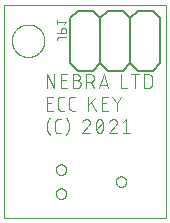
<source format=gto>
G04 EAGLE Gerber RS-274X export*
G75*
%MOMM*%
%FSLAX34Y34*%
%LPD*%
%INTop silk*%
%IPPOS*%
%AMOC8*
5,1,8,0,0,1.08239X$1,22.5*%
G01*
%ADD10C,0.000000*%
%ADD11C,0.101600*%
%ADD12C,0.152400*%
%ADD13C,0.076200*%


D10*
X15240Y15240D02*
X152400Y15240D01*
X152400Y195580D01*
X15240Y195580D01*
X15240Y15240D01*
X21850Y165000D02*
X21854Y165337D01*
X21867Y165675D01*
X21887Y166012D01*
X21916Y166348D01*
X21953Y166683D01*
X21999Y167018D01*
X22052Y167351D01*
X22114Y167682D01*
X22184Y168013D01*
X22262Y168341D01*
X22348Y168667D01*
X22442Y168991D01*
X22544Y169313D01*
X22654Y169632D01*
X22771Y169949D01*
X22897Y170262D01*
X23030Y170572D01*
X23170Y170879D01*
X23318Y171182D01*
X23474Y171482D01*
X23636Y171777D01*
X23806Y172069D01*
X23983Y172356D01*
X24167Y172639D01*
X24358Y172917D01*
X24556Y173191D01*
X24760Y173459D01*
X24971Y173723D01*
X25188Y173981D01*
X25412Y174234D01*
X25642Y174481D01*
X25877Y174723D01*
X26119Y174958D01*
X26366Y175188D01*
X26619Y175412D01*
X26877Y175629D01*
X27141Y175840D01*
X27409Y176044D01*
X27683Y176242D01*
X27961Y176433D01*
X28244Y176617D01*
X28531Y176794D01*
X28823Y176964D01*
X29118Y177126D01*
X29418Y177282D01*
X29721Y177430D01*
X30028Y177570D01*
X30338Y177703D01*
X30651Y177829D01*
X30968Y177946D01*
X31287Y178056D01*
X31609Y178158D01*
X31933Y178252D01*
X32259Y178338D01*
X32587Y178416D01*
X32918Y178486D01*
X33249Y178548D01*
X33582Y178601D01*
X33917Y178647D01*
X34252Y178684D01*
X34588Y178713D01*
X34925Y178733D01*
X35263Y178746D01*
X35600Y178750D01*
X35937Y178746D01*
X36275Y178733D01*
X36612Y178713D01*
X36948Y178684D01*
X37283Y178647D01*
X37618Y178601D01*
X37951Y178548D01*
X38282Y178486D01*
X38613Y178416D01*
X38941Y178338D01*
X39267Y178252D01*
X39591Y178158D01*
X39913Y178056D01*
X40232Y177946D01*
X40549Y177829D01*
X40862Y177703D01*
X41172Y177570D01*
X41479Y177430D01*
X41782Y177282D01*
X42082Y177126D01*
X42377Y176964D01*
X42669Y176794D01*
X42956Y176617D01*
X43239Y176433D01*
X43517Y176242D01*
X43791Y176044D01*
X44059Y175840D01*
X44323Y175629D01*
X44581Y175412D01*
X44834Y175188D01*
X45081Y174958D01*
X45323Y174723D01*
X45558Y174481D01*
X45788Y174234D01*
X46012Y173981D01*
X46229Y173723D01*
X46440Y173459D01*
X46644Y173191D01*
X46842Y172917D01*
X47033Y172639D01*
X47217Y172356D01*
X47394Y172069D01*
X47564Y171777D01*
X47726Y171482D01*
X47882Y171182D01*
X48030Y170879D01*
X48170Y170572D01*
X48303Y170262D01*
X48429Y169949D01*
X48546Y169632D01*
X48656Y169313D01*
X48758Y168991D01*
X48852Y168667D01*
X48938Y168341D01*
X49016Y168013D01*
X49086Y167682D01*
X49148Y167351D01*
X49201Y167018D01*
X49247Y166683D01*
X49284Y166348D01*
X49313Y166012D01*
X49333Y165675D01*
X49346Y165337D01*
X49350Y165000D01*
X49346Y164663D01*
X49333Y164325D01*
X49313Y163988D01*
X49284Y163652D01*
X49247Y163317D01*
X49201Y162982D01*
X49148Y162649D01*
X49086Y162318D01*
X49016Y161987D01*
X48938Y161659D01*
X48852Y161333D01*
X48758Y161009D01*
X48656Y160687D01*
X48546Y160368D01*
X48429Y160051D01*
X48303Y159738D01*
X48170Y159428D01*
X48030Y159121D01*
X47882Y158818D01*
X47726Y158518D01*
X47564Y158223D01*
X47394Y157931D01*
X47217Y157644D01*
X47033Y157361D01*
X46842Y157083D01*
X46644Y156809D01*
X46440Y156541D01*
X46229Y156277D01*
X46012Y156019D01*
X45788Y155766D01*
X45558Y155519D01*
X45323Y155277D01*
X45081Y155042D01*
X44834Y154812D01*
X44581Y154588D01*
X44323Y154371D01*
X44059Y154160D01*
X43791Y153956D01*
X43517Y153758D01*
X43239Y153567D01*
X42956Y153383D01*
X42669Y153206D01*
X42377Y153036D01*
X42082Y152874D01*
X41782Y152718D01*
X41479Y152570D01*
X41172Y152430D01*
X40862Y152297D01*
X40549Y152171D01*
X40232Y152054D01*
X39913Y151944D01*
X39591Y151842D01*
X39267Y151748D01*
X38941Y151662D01*
X38613Y151584D01*
X38282Y151514D01*
X37951Y151452D01*
X37618Y151399D01*
X37283Y151353D01*
X36948Y151316D01*
X36612Y151287D01*
X36275Y151267D01*
X35937Y151254D01*
X35600Y151250D01*
X35263Y151254D01*
X34925Y151267D01*
X34588Y151287D01*
X34252Y151316D01*
X33917Y151353D01*
X33582Y151399D01*
X33249Y151452D01*
X32918Y151514D01*
X32587Y151584D01*
X32259Y151662D01*
X31933Y151748D01*
X31609Y151842D01*
X31287Y151944D01*
X30968Y152054D01*
X30651Y152171D01*
X30338Y152297D01*
X30028Y152430D01*
X29721Y152570D01*
X29418Y152718D01*
X29118Y152874D01*
X28823Y153036D01*
X28531Y153206D01*
X28244Y153383D01*
X27961Y153567D01*
X27683Y153758D01*
X27409Y153956D01*
X27141Y154160D01*
X26877Y154371D01*
X26619Y154588D01*
X26366Y154812D01*
X26119Y155042D01*
X25877Y155277D01*
X25642Y155519D01*
X25412Y155766D01*
X25188Y156019D01*
X24971Y156277D01*
X24760Y156541D01*
X24556Y156809D01*
X24358Y157083D01*
X24167Y157361D01*
X23983Y157644D01*
X23806Y157931D01*
X23636Y158223D01*
X23474Y158518D01*
X23318Y158818D01*
X23170Y159121D01*
X23030Y159428D01*
X22897Y159738D01*
X22771Y160051D01*
X22654Y160368D01*
X22544Y160687D01*
X22442Y161009D01*
X22348Y161333D01*
X22262Y161659D01*
X22184Y161987D01*
X22114Y162318D01*
X22052Y162649D01*
X21999Y162982D01*
X21953Y163317D01*
X21916Y163652D01*
X21887Y163988D01*
X21867Y164325D01*
X21854Y164663D01*
X21850Y165000D01*
D11*
X51308Y136652D02*
X51308Y124968D01*
X57799Y124968D02*
X51308Y136652D01*
X57799Y136652D02*
X57799Y124968D01*
X63523Y124968D02*
X68715Y124968D01*
X63523Y124968D02*
X63523Y136652D01*
X68715Y136652D01*
X67417Y131459D02*
X63523Y131459D01*
X73575Y131459D02*
X76821Y131459D01*
X76821Y131460D02*
X76934Y131458D01*
X77047Y131452D01*
X77160Y131442D01*
X77273Y131428D01*
X77385Y131411D01*
X77496Y131389D01*
X77606Y131364D01*
X77716Y131334D01*
X77824Y131301D01*
X77931Y131264D01*
X78037Y131224D01*
X78141Y131179D01*
X78244Y131131D01*
X78345Y131080D01*
X78444Y131025D01*
X78541Y130967D01*
X78636Y130905D01*
X78729Y130840D01*
X78819Y130772D01*
X78907Y130701D01*
X78993Y130626D01*
X79076Y130549D01*
X79156Y130469D01*
X79233Y130386D01*
X79308Y130300D01*
X79379Y130212D01*
X79447Y130122D01*
X79512Y130029D01*
X79574Y129934D01*
X79632Y129837D01*
X79687Y129738D01*
X79738Y129637D01*
X79786Y129534D01*
X79831Y129430D01*
X79871Y129324D01*
X79908Y129217D01*
X79941Y129109D01*
X79971Y128999D01*
X79996Y128889D01*
X80018Y128778D01*
X80035Y128666D01*
X80049Y128553D01*
X80059Y128440D01*
X80065Y128327D01*
X80067Y128214D01*
X80065Y128101D01*
X80059Y127988D01*
X80049Y127875D01*
X80035Y127762D01*
X80018Y127650D01*
X79996Y127539D01*
X79971Y127429D01*
X79941Y127319D01*
X79908Y127211D01*
X79871Y127104D01*
X79831Y126998D01*
X79786Y126894D01*
X79738Y126791D01*
X79687Y126690D01*
X79632Y126591D01*
X79574Y126494D01*
X79512Y126399D01*
X79447Y126306D01*
X79379Y126216D01*
X79308Y126128D01*
X79233Y126042D01*
X79156Y125959D01*
X79076Y125879D01*
X78993Y125802D01*
X78907Y125727D01*
X78819Y125656D01*
X78729Y125588D01*
X78636Y125523D01*
X78541Y125461D01*
X78444Y125403D01*
X78345Y125348D01*
X78244Y125297D01*
X78141Y125249D01*
X78037Y125204D01*
X77931Y125164D01*
X77824Y125127D01*
X77716Y125094D01*
X77606Y125064D01*
X77496Y125039D01*
X77385Y125017D01*
X77273Y125000D01*
X77160Y124986D01*
X77047Y124976D01*
X76934Y124970D01*
X76821Y124968D01*
X73575Y124968D01*
X73575Y136652D01*
X76821Y136652D01*
X76922Y136650D01*
X77022Y136644D01*
X77122Y136634D01*
X77222Y136621D01*
X77321Y136603D01*
X77420Y136582D01*
X77517Y136557D01*
X77614Y136528D01*
X77709Y136495D01*
X77803Y136459D01*
X77895Y136419D01*
X77986Y136376D01*
X78075Y136329D01*
X78162Y136279D01*
X78248Y136225D01*
X78331Y136168D01*
X78411Y136108D01*
X78490Y136045D01*
X78566Y135978D01*
X78639Y135909D01*
X78709Y135837D01*
X78777Y135763D01*
X78842Y135686D01*
X78903Y135606D01*
X78962Y135524D01*
X79017Y135440D01*
X79069Y135354D01*
X79118Y135266D01*
X79163Y135176D01*
X79205Y135084D01*
X79243Y134991D01*
X79277Y134896D01*
X79308Y134801D01*
X79335Y134704D01*
X79358Y134606D01*
X79378Y134507D01*
X79393Y134407D01*
X79405Y134307D01*
X79413Y134207D01*
X79417Y134106D01*
X79417Y134006D01*
X79413Y133905D01*
X79405Y133805D01*
X79393Y133705D01*
X79378Y133605D01*
X79358Y133506D01*
X79335Y133408D01*
X79308Y133311D01*
X79277Y133216D01*
X79243Y133121D01*
X79205Y133028D01*
X79163Y132936D01*
X79118Y132846D01*
X79069Y132758D01*
X79017Y132672D01*
X78962Y132588D01*
X78903Y132506D01*
X78842Y132426D01*
X78777Y132349D01*
X78709Y132275D01*
X78639Y132203D01*
X78566Y132134D01*
X78490Y132067D01*
X78411Y132004D01*
X78331Y131944D01*
X78248Y131887D01*
X78162Y131833D01*
X78075Y131783D01*
X77986Y131736D01*
X77895Y131693D01*
X77803Y131653D01*
X77709Y131617D01*
X77614Y131584D01*
X77517Y131555D01*
X77420Y131530D01*
X77321Y131509D01*
X77222Y131491D01*
X77122Y131478D01*
X77022Y131468D01*
X76922Y131462D01*
X76821Y131460D01*
X84910Y136652D02*
X84910Y124968D01*
X84910Y136652D02*
X88155Y136652D01*
X88268Y136650D01*
X88381Y136644D01*
X88494Y136634D01*
X88607Y136620D01*
X88719Y136603D01*
X88830Y136581D01*
X88940Y136556D01*
X89050Y136526D01*
X89158Y136493D01*
X89265Y136456D01*
X89371Y136416D01*
X89475Y136371D01*
X89578Y136323D01*
X89679Y136272D01*
X89778Y136217D01*
X89875Y136159D01*
X89970Y136097D01*
X90063Y136032D01*
X90153Y135964D01*
X90241Y135893D01*
X90327Y135818D01*
X90410Y135741D01*
X90490Y135661D01*
X90567Y135578D01*
X90642Y135492D01*
X90713Y135404D01*
X90781Y135314D01*
X90846Y135221D01*
X90908Y135126D01*
X90966Y135029D01*
X91021Y134930D01*
X91072Y134829D01*
X91120Y134726D01*
X91165Y134622D01*
X91205Y134516D01*
X91242Y134409D01*
X91275Y134301D01*
X91305Y134191D01*
X91330Y134081D01*
X91352Y133970D01*
X91369Y133858D01*
X91383Y133745D01*
X91393Y133632D01*
X91399Y133519D01*
X91401Y133406D01*
X91399Y133293D01*
X91393Y133180D01*
X91383Y133067D01*
X91369Y132954D01*
X91352Y132842D01*
X91330Y132731D01*
X91305Y132621D01*
X91275Y132511D01*
X91242Y132403D01*
X91205Y132296D01*
X91165Y132190D01*
X91120Y132086D01*
X91072Y131983D01*
X91021Y131882D01*
X90966Y131783D01*
X90908Y131686D01*
X90846Y131591D01*
X90781Y131498D01*
X90713Y131408D01*
X90642Y131320D01*
X90567Y131234D01*
X90490Y131151D01*
X90410Y131071D01*
X90327Y130994D01*
X90241Y130919D01*
X90153Y130848D01*
X90063Y130780D01*
X89970Y130715D01*
X89875Y130653D01*
X89778Y130595D01*
X89679Y130540D01*
X89578Y130489D01*
X89475Y130441D01*
X89371Y130396D01*
X89265Y130356D01*
X89158Y130319D01*
X89050Y130286D01*
X88940Y130256D01*
X88830Y130231D01*
X88719Y130209D01*
X88607Y130192D01*
X88494Y130178D01*
X88381Y130168D01*
X88268Y130162D01*
X88155Y130160D01*
X88155Y130161D02*
X84910Y130161D01*
X88804Y130161D02*
X91401Y124968D01*
X95617Y124968D02*
X99511Y136652D01*
X103406Y124968D01*
X102432Y127889D02*
X96590Y127889D01*
X114196Y124968D02*
X114196Y136652D01*
X114196Y124968D02*
X119388Y124968D01*
X126181Y124968D02*
X126181Y136652D01*
X122936Y136652D02*
X129427Y136652D01*
X133985Y136652D02*
X133985Y124968D01*
X133985Y136652D02*
X137230Y136652D01*
X137343Y136650D01*
X137456Y136644D01*
X137569Y136634D01*
X137682Y136620D01*
X137794Y136603D01*
X137905Y136581D01*
X138015Y136556D01*
X138125Y136526D01*
X138233Y136493D01*
X138340Y136456D01*
X138446Y136416D01*
X138550Y136371D01*
X138653Y136323D01*
X138754Y136272D01*
X138853Y136217D01*
X138950Y136159D01*
X139045Y136097D01*
X139138Y136032D01*
X139228Y135964D01*
X139316Y135893D01*
X139402Y135818D01*
X139485Y135741D01*
X139565Y135661D01*
X139642Y135578D01*
X139717Y135492D01*
X139788Y135404D01*
X139856Y135314D01*
X139921Y135221D01*
X139983Y135126D01*
X140041Y135029D01*
X140096Y134930D01*
X140147Y134829D01*
X140195Y134726D01*
X140240Y134622D01*
X140280Y134516D01*
X140317Y134409D01*
X140350Y134301D01*
X140380Y134191D01*
X140405Y134081D01*
X140427Y133970D01*
X140444Y133858D01*
X140458Y133745D01*
X140468Y133632D01*
X140474Y133519D01*
X140476Y133406D01*
X140476Y128214D01*
X140474Y128101D01*
X140468Y127988D01*
X140458Y127875D01*
X140444Y127762D01*
X140427Y127650D01*
X140405Y127539D01*
X140380Y127429D01*
X140350Y127319D01*
X140317Y127211D01*
X140280Y127104D01*
X140240Y126998D01*
X140195Y126894D01*
X140147Y126791D01*
X140096Y126690D01*
X140041Y126591D01*
X139983Y126494D01*
X139921Y126399D01*
X139856Y126306D01*
X139788Y126216D01*
X139717Y126128D01*
X139642Y126042D01*
X139565Y125959D01*
X139485Y125879D01*
X139402Y125802D01*
X139316Y125727D01*
X139228Y125656D01*
X139138Y125588D01*
X139045Y125523D01*
X138950Y125461D01*
X138853Y125403D01*
X138754Y125348D01*
X138653Y125297D01*
X138550Y125249D01*
X138446Y125204D01*
X138340Y125164D01*
X138233Y125127D01*
X138125Y125094D01*
X138015Y125064D01*
X137905Y125039D01*
X137794Y125017D01*
X137682Y125000D01*
X137569Y124986D01*
X137456Y124976D01*
X137343Y124970D01*
X137230Y124968D01*
X133985Y124968D01*
X56501Y105918D02*
X51308Y105918D01*
X51308Y117602D01*
X56501Y117602D01*
X55203Y112409D02*
X51308Y112409D01*
X63374Y105918D02*
X65970Y105918D01*
X63374Y105918D02*
X63275Y105920D01*
X63175Y105926D01*
X63076Y105935D01*
X62978Y105948D01*
X62880Y105965D01*
X62782Y105986D01*
X62686Y106011D01*
X62591Y106039D01*
X62497Y106071D01*
X62404Y106106D01*
X62312Y106145D01*
X62222Y106188D01*
X62134Y106233D01*
X62047Y106283D01*
X61963Y106335D01*
X61880Y106391D01*
X61800Y106449D01*
X61722Y106511D01*
X61647Y106576D01*
X61574Y106644D01*
X61504Y106714D01*
X61436Y106787D01*
X61371Y106862D01*
X61309Y106940D01*
X61251Y107020D01*
X61195Y107103D01*
X61143Y107187D01*
X61093Y107274D01*
X61048Y107362D01*
X61005Y107452D01*
X60966Y107544D01*
X60931Y107637D01*
X60899Y107731D01*
X60871Y107826D01*
X60846Y107922D01*
X60825Y108020D01*
X60808Y108118D01*
X60795Y108216D01*
X60786Y108315D01*
X60780Y108415D01*
X60778Y108514D01*
X60777Y108514D02*
X60777Y115006D01*
X60778Y115006D02*
X60780Y115105D01*
X60786Y115205D01*
X60795Y115304D01*
X60808Y115402D01*
X60825Y115500D01*
X60846Y115598D01*
X60871Y115694D01*
X60899Y115789D01*
X60931Y115883D01*
X60966Y115976D01*
X61005Y116068D01*
X61048Y116158D01*
X61093Y116246D01*
X61143Y116333D01*
X61195Y116417D01*
X61251Y116500D01*
X61309Y116580D01*
X61371Y116658D01*
X61436Y116733D01*
X61504Y116806D01*
X61574Y116876D01*
X61647Y116944D01*
X61722Y117009D01*
X61800Y117071D01*
X61880Y117129D01*
X61963Y117185D01*
X62047Y117237D01*
X62134Y117287D01*
X62222Y117332D01*
X62312Y117375D01*
X62404Y117414D01*
X62496Y117449D01*
X62591Y117481D01*
X62686Y117509D01*
X62782Y117534D01*
X62880Y117555D01*
X62978Y117572D01*
X63076Y117585D01*
X63175Y117594D01*
X63275Y117600D01*
X63374Y117602D01*
X65970Y117602D01*
X72899Y105918D02*
X75495Y105918D01*
X72899Y105918D02*
X72800Y105920D01*
X72700Y105926D01*
X72601Y105935D01*
X72503Y105948D01*
X72405Y105965D01*
X72307Y105986D01*
X72211Y106011D01*
X72116Y106039D01*
X72022Y106071D01*
X71929Y106106D01*
X71837Y106145D01*
X71747Y106188D01*
X71659Y106233D01*
X71572Y106283D01*
X71488Y106335D01*
X71405Y106391D01*
X71325Y106449D01*
X71247Y106511D01*
X71172Y106576D01*
X71099Y106644D01*
X71029Y106714D01*
X70961Y106787D01*
X70896Y106862D01*
X70834Y106940D01*
X70776Y107020D01*
X70720Y107103D01*
X70668Y107187D01*
X70618Y107274D01*
X70573Y107362D01*
X70530Y107452D01*
X70491Y107544D01*
X70456Y107637D01*
X70424Y107731D01*
X70396Y107826D01*
X70371Y107922D01*
X70350Y108020D01*
X70333Y108118D01*
X70320Y108216D01*
X70311Y108315D01*
X70305Y108415D01*
X70303Y108514D01*
X70302Y108514D02*
X70302Y115006D01*
X70303Y115006D02*
X70305Y115105D01*
X70311Y115205D01*
X70320Y115304D01*
X70333Y115402D01*
X70350Y115500D01*
X70371Y115598D01*
X70396Y115694D01*
X70424Y115789D01*
X70456Y115883D01*
X70491Y115976D01*
X70530Y116068D01*
X70573Y116158D01*
X70618Y116246D01*
X70668Y116333D01*
X70720Y116417D01*
X70776Y116500D01*
X70834Y116580D01*
X70896Y116658D01*
X70961Y116733D01*
X71029Y116806D01*
X71099Y116876D01*
X71172Y116944D01*
X71247Y117009D01*
X71325Y117071D01*
X71405Y117129D01*
X71488Y117185D01*
X71572Y117237D01*
X71659Y117287D01*
X71747Y117332D01*
X71837Y117375D01*
X71929Y117414D01*
X72021Y117449D01*
X72116Y117481D01*
X72211Y117509D01*
X72307Y117534D01*
X72405Y117555D01*
X72503Y117572D01*
X72601Y117585D01*
X72700Y117594D01*
X72800Y117600D01*
X72899Y117602D01*
X75495Y117602D01*
X86507Y117602D02*
X86507Y105918D01*
X86507Y110462D02*
X92998Y117602D01*
X89103Y113058D02*
X92998Y105918D01*
X97790Y105918D02*
X102983Y105918D01*
X97790Y105918D02*
X97790Y117602D01*
X102983Y117602D01*
X101685Y112409D02*
X97790Y112409D01*
X106643Y117602D02*
X110538Y112085D01*
X114433Y117602D01*
X110538Y112085D02*
X110538Y105918D01*
X53904Y99850D02*
X53735Y99643D01*
X53571Y99432D01*
X53412Y99217D01*
X53258Y98999D01*
X53109Y98776D01*
X52966Y98551D01*
X52828Y98322D01*
X52696Y98089D01*
X52570Y97854D01*
X52449Y97615D01*
X52334Y97374D01*
X52224Y97130D01*
X52121Y96883D01*
X52024Y96634D01*
X51932Y96383D01*
X51847Y96130D01*
X51768Y95874D01*
X51695Y95617D01*
X51628Y95358D01*
X51567Y95098D01*
X51513Y94836D01*
X51465Y94573D01*
X51424Y94309D01*
X51388Y94044D01*
X51359Y93778D01*
X51337Y93511D01*
X51321Y93245D01*
X51311Y92977D01*
X51308Y92710D01*
X51311Y92443D01*
X51321Y92175D01*
X51337Y91909D01*
X51359Y91642D01*
X51388Y91376D01*
X51424Y91111D01*
X51465Y90847D01*
X51513Y90584D01*
X51567Y90322D01*
X51628Y90062D01*
X51695Y89803D01*
X51768Y89546D01*
X51847Y89291D01*
X51932Y89037D01*
X52024Y88786D01*
X52121Y88537D01*
X52224Y88290D01*
X52334Y88046D01*
X52449Y87805D01*
X52570Y87566D01*
X52696Y87331D01*
X52828Y87098D01*
X52966Y86869D01*
X53109Y86644D01*
X53258Y86421D01*
X53412Y86203D01*
X53571Y85988D01*
X53735Y85777D01*
X53904Y85570D01*
X61038Y86868D02*
X63635Y86868D01*
X61038Y86868D02*
X60939Y86870D01*
X60839Y86876D01*
X60740Y86885D01*
X60642Y86898D01*
X60544Y86915D01*
X60446Y86936D01*
X60350Y86961D01*
X60255Y86989D01*
X60161Y87021D01*
X60068Y87056D01*
X59976Y87095D01*
X59886Y87138D01*
X59798Y87183D01*
X59711Y87233D01*
X59627Y87285D01*
X59544Y87341D01*
X59464Y87399D01*
X59386Y87461D01*
X59311Y87526D01*
X59238Y87594D01*
X59168Y87664D01*
X59100Y87737D01*
X59035Y87812D01*
X58973Y87890D01*
X58915Y87970D01*
X58859Y88053D01*
X58807Y88137D01*
X58757Y88224D01*
X58712Y88312D01*
X58669Y88402D01*
X58630Y88494D01*
X58595Y88587D01*
X58563Y88681D01*
X58535Y88776D01*
X58510Y88872D01*
X58489Y88970D01*
X58472Y89068D01*
X58459Y89166D01*
X58450Y89265D01*
X58444Y89365D01*
X58442Y89464D01*
X58442Y95956D01*
X58444Y96055D01*
X58450Y96155D01*
X58459Y96254D01*
X58472Y96352D01*
X58489Y96450D01*
X58510Y96548D01*
X58535Y96644D01*
X58563Y96739D01*
X58595Y96833D01*
X58630Y96926D01*
X58669Y97018D01*
X58712Y97108D01*
X58757Y97196D01*
X58807Y97283D01*
X58859Y97367D01*
X58915Y97450D01*
X58973Y97530D01*
X59035Y97608D01*
X59100Y97683D01*
X59168Y97756D01*
X59238Y97826D01*
X59311Y97894D01*
X59386Y97959D01*
X59464Y98021D01*
X59544Y98079D01*
X59627Y98135D01*
X59711Y98187D01*
X59798Y98237D01*
X59886Y98282D01*
X59976Y98325D01*
X60068Y98364D01*
X60160Y98399D01*
X60255Y98431D01*
X60350Y98459D01*
X60446Y98484D01*
X60544Y98505D01*
X60642Y98522D01*
X60740Y98535D01*
X60839Y98544D01*
X60939Y98550D01*
X61038Y98552D01*
X63635Y98552D01*
X70228Y92710D02*
X70225Y92443D01*
X70215Y92175D01*
X70199Y91909D01*
X70177Y91642D01*
X70148Y91376D01*
X70112Y91111D01*
X70071Y90847D01*
X70023Y90584D01*
X69969Y90322D01*
X69908Y90062D01*
X69841Y89803D01*
X69768Y89546D01*
X69689Y89291D01*
X69604Y89037D01*
X69512Y88786D01*
X69415Y88537D01*
X69312Y88290D01*
X69202Y88046D01*
X69087Y87805D01*
X68966Y87566D01*
X68840Y87331D01*
X68708Y87098D01*
X68570Y86869D01*
X68427Y86644D01*
X68278Y86421D01*
X68124Y86203D01*
X67965Y85988D01*
X67801Y85777D01*
X67632Y85570D01*
X70229Y92710D02*
X70226Y92977D01*
X70216Y93245D01*
X70200Y93511D01*
X70178Y93778D01*
X70149Y94044D01*
X70113Y94309D01*
X70072Y94573D01*
X70024Y94836D01*
X69970Y95098D01*
X69909Y95358D01*
X69842Y95617D01*
X69769Y95874D01*
X69690Y96130D01*
X69605Y96383D01*
X69513Y96634D01*
X69416Y96883D01*
X69313Y97130D01*
X69203Y97374D01*
X69088Y97615D01*
X68967Y97854D01*
X68841Y98089D01*
X68709Y98322D01*
X68571Y98551D01*
X68428Y98776D01*
X68279Y98999D01*
X68125Y99217D01*
X67966Y99432D01*
X67802Y99643D01*
X67633Y99850D01*
X84905Y98552D02*
X85012Y98550D01*
X85118Y98544D01*
X85224Y98534D01*
X85330Y98521D01*
X85436Y98503D01*
X85540Y98482D01*
X85644Y98457D01*
X85747Y98428D01*
X85848Y98396D01*
X85948Y98359D01*
X86047Y98319D01*
X86145Y98276D01*
X86241Y98229D01*
X86335Y98178D01*
X86427Y98124D01*
X86517Y98067D01*
X86605Y98007D01*
X86690Y97943D01*
X86773Y97876D01*
X86854Y97806D01*
X86932Y97734D01*
X87008Y97658D01*
X87080Y97580D01*
X87150Y97499D01*
X87217Y97416D01*
X87281Y97331D01*
X87341Y97243D01*
X87398Y97153D01*
X87452Y97061D01*
X87503Y96967D01*
X87550Y96871D01*
X87593Y96773D01*
X87633Y96674D01*
X87670Y96574D01*
X87702Y96473D01*
X87731Y96370D01*
X87756Y96266D01*
X87777Y96162D01*
X87795Y96056D01*
X87808Y95950D01*
X87818Y95844D01*
X87824Y95738D01*
X87826Y95631D01*
X84905Y98552D02*
X84784Y98550D01*
X84663Y98544D01*
X84543Y98534D01*
X84422Y98521D01*
X84303Y98503D01*
X84183Y98482D01*
X84065Y98457D01*
X83948Y98428D01*
X83831Y98395D01*
X83716Y98359D01*
X83602Y98318D01*
X83489Y98275D01*
X83377Y98227D01*
X83268Y98176D01*
X83160Y98121D01*
X83053Y98063D01*
X82949Y98002D01*
X82847Y97937D01*
X82747Y97869D01*
X82649Y97798D01*
X82553Y97724D01*
X82460Y97647D01*
X82370Y97566D01*
X82282Y97483D01*
X82197Y97397D01*
X82114Y97308D01*
X82035Y97217D01*
X81958Y97123D01*
X81885Y97027D01*
X81815Y96929D01*
X81748Y96828D01*
X81684Y96725D01*
X81624Y96620D01*
X81567Y96513D01*
X81513Y96405D01*
X81463Y96295D01*
X81417Y96183D01*
X81374Y96070D01*
X81335Y95955D01*
X86853Y93359D02*
X86932Y93436D01*
X87008Y93517D01*
X87081Y93600D01*
X87151Y93685D01*
X87218Y93773D01*
X87282Y93863D01*
X87342Y93955D01*
X87399Y94050D01*
X87453Y94146D01*
X87504Y94244D01*
X87551Y94344D01*
X87595Y94446D01*
X87635Y94549D01*
X87671Y94653D01*
X87703Y94759D01*
X87732Y94865D01*
X87757Y94973D01*
X87779Y95081D01*
X87796Y95191D01*
X87810Y95300D01*
X87819Y95410D01*
X87825Y95521D01*
X87827Y95631D01*
X86853Y93359D02*
X81335Y86868D01*
X87826Y86868D01*
X92766Y92710D02*
X92769Y92940D01*
X92777Y93170D01*
X92791Y93399D01*
X92810Y93628D01*
X92835Y93857D01*
X92865Y94084D01*
X92900Y94312D01*
X92941Y94538D01*
X92987Y94763D01*
X93039Y94987D01*
X93096Y95209D01*
X93158Y95431D01*
X93226Y95650D01*
X93299Y95868D01*
X93377Y96085D01*
X93460Y96299D01*
X93548Y96511D01*
X93641Y96721D01*
X93740Y96929D01*
X93739Y96929D02*
X93772Y97019D01*
X93808Y97108D01*
X93848Y97196D01*
X93892Y97281D01*
X93939Y97365D01*
X93989Y97447D01*
X94043Y97527D01*
X94099Y97604D01*
X94159Y97680D01*
X94222Y97753D01*
X94287Y97823D01*
X94356Y97891D01*
X94427Y97955D01*
X94500Y98017D01*
X94576Y98076D01*
X94654Y98132D01*
X94735Y98185D01*
X94817Y98234D01*
X94901Y98280D01*
X94988Y98323D01*
X95075Y98362D01*
X95165Y98398D01*
X95255Y98430D01*
X95347Y98458D01*
X95440Y98483D01*
X95534Y98504D01*
X95628Y98521D01*
X95723Y98535D01*
X95819Y98544D01*
X95915Y98550D01*
X96011Y98552D01*
X96107Y98550D01*
X96203Y98544D01*
X96299Y98535D01*
X96394Y98521D01*
X96488Y98504D01*
X96582Y98483D01*
X96675Y98458D01*
X96767Y98430D01*
X96857Y98398D01*
X96947Y98362D01*
X97034Y98323D01*
X97121Y98280D01*
X97205Y98234D01*
X97287Y98185D01*
X97368Y98132D01*
X97446Y98076D01*
X97522Y98017D01*
X97595Y97955D01*
X97666Y97891D01*
X97735Y97823D01*
X97800Y97753D01*
X97863Y97680D01*
X97923Y97604D01*
X97979Y97527D01*
X98033Y97447D01*
X98083Y97365D01*
X98130Y97281D01*
X98174Y97196D01*
X98214Y97108D01*
X98250Y97019D01*
X98283Y96929D01*
X98382Y96722D01*
X98475Y96512D01*
X98563Y96299D01*
X98646Y96085D01*
X98724Y95869D01*
X98797Y95651D01*
X98865Y95431D01*
X98927Y95210D01*
X98984Y94987D01*
X99036Y94763D01*
X99082Y94538D01*
X99123Y94312D01*
X99158Y94085D01*
X99188Y93857D01*
X99213Y93628D01*
X99232Y93399D01*
X99246Y93170D01*
X99254Y92940D01*
X99257Y92710D01*
X92765Y92710D02*
X92768Y92480D01*
X92776Y92250D01*
X92790Y92021D01*
X92809Y91792D01*
X92834Y91563D01*
X92864Y91335D01*
X92899Y91108D01*
X92940Y90882D01*
X92986Y90657D01*
X93038Y90433D01*
X93095Y90210D01*
X93157Y89989D01*
X93225Y89769D01*
X93298Y89551D01*
X93376Y89335D01*
X93459Y89121D01*
X93547Y88909D01*
X93640Y88698D01*
X93739Y88491D01*
X93772Y88401D01*
X93808Y88312D01*
X93849Y88224D01*
X93892Y88139D01*
X93939Y88055D01*
X93989Y87973D01*
X94043Y87893D01*
X94099Y87816D01*
X94159Y87740D01*
X94222Y87667D01*
X94287Y87597D01*
X94356Y87529D01*
X94427Y87465D01*
X94500Y87403D01*
X94576Y87344D01*
X94654Y87288D01*
X94735Y87235D01*
X94817Y87186D01*
X94901Y87140D01*
X94988Y87097D01*
X95075Y87058D01*
X95165Y87022D01*
X95255Y86990D01*
X95347Y86962D01*
X95440Y86937D01*
X95534Y86916D01*
X95628Y86899D01*
X95723Y86885D01*
X95819Y86876D01*
X95915Y86870D01*
X96011Y86868D01*
X98283Y88491D02*
X98382Y88698D01*
X98475Y88909D01*
X98563Y89121D01*
X98646Y89335D01*
X98724Y89551D01*
X98797Y89769D01*
X98865Y89989D01*
X98927Y90210D01*
X98984Y90433D01*
X99036Y90657D01*
X99082Y90882D01*
X99123Y91108D01*
X99158Y91335D01*
X99188Y91563D01*
X99213Y91792D01*
X99232Y92021D01*
X99246Y92250D01*
X99254Y92480D01*
X99257Y92710D01*
X98283Y88491D02*
X98250Y88401D01*
X98214Y88312D01*
X98174Y88224D01*
X98130Y88139D01*
X98083Y88055D01*
X98033Y87973D01*
X97979Y87893D01*
X97923Y87816D01*
X97863Y87740D01*
X97800Y87667D01*
X97735Y87597D01*
X97666Y87529D01*
X97595Y87465D01*
X97522Y87403D01*
X97446Y87344D01*
X97368Y87288D01*
X97287Y87235D01*
X97205Y87186D01*
X97121Y87140D01*
X97034Y87097D01*
X96947Y87058D01*
X96857Y87022D01*
X96767Y86990D01*
X96675Y86962D01*
X96582Y86937D01*
X96488Y86916D01*
X96394Y86899D01*
X96299Y86885D01*
X96203Y86876D01*
X96107Y86870D01*
X96011Y86868D01*
X93414Y89464D02*
X98607Y95956D01*
X107765Y98552D02*
X107872Y98550D01*
X107978Y98544D01*
X108084Y98534D01*
X108190Y98521D01*
X108296Y98503D01*
X108400Y98482D01*
X108504Y98457D01*
X108607Y98428D01*
X108708Y98396D01*
X108808Y98359D01*
X108907Y98319D01*
X109005Y98276D01*
X109101Y98229D01*
X109195Y98178D01*
X109287Y98124D01*
X109377Y98067D01*
X109465Y98007D01*
X109550Y97943D01*
X109633Y97876D01*
X109714Y97806D01*
X109792Y97734D01*
X109868Y97658D01*
X109940Y97580D01*
X110010Y97499D01*
X110077Y97416D01*
X110141Y97331D01*
X110201Y97243D01*
X110258Y97153D01*
X110312Y97061D01*
X110363Y96967D01*
X110410Y96871D01*
X110453Y96773D01*
X110493Y96674D01*
X110530Y96574D01*
X110562Y96473D01*
X110591Y96370D01*
X110616Y96266D01*
X110637Y96162D01*
X110655Y96056D01*
X110668Y95950D01*
X110678Y95844D01*
X110684Y95738D01*
X110686Y95631D01*
X107765Y98552D02*
X107644Y98550D01*
X107523Y98544D01*
X107403Y98534D01*
X107282Y98521D01*
X107163Y98503D01*
X107043Y98482D01*
X106925Y98457D01*
X106808Y98428D01*
X106691Y98395D01*
X106576Y98359D01*
X106462Y98318D01*
X106349Y98275D01*
X106237Y98227D01*
X106128Y98176D01*
X106020Y98121D01*
X105913Y98063D01*
X105809Y98002D01*
X105707Y97937D01*
X105607Y97869D01*
X105509Y97798D01*
X105413Y97724D01*
X105320Y97647D01*
X105230Y97566D01*
X105142Y97483D01*
X105057Y97397D01*
X104974Y97308D01*
X104895Y97217D01*
X104818Y97123D01*
X104745Y97027D01*
X104675Y96929D01*
X104608Y96828D01*
X104544Y96725D01*
X104484Y96620D01*
X104427Y96513D01*
X104373Y96405D01*
X104323Y96295D01*
X104277Y96183D01*
X104234Y96070D01*
X104195Y95955D01*
X109713Y93359D02*
X109792Y93436D01*
X109868Y93517D01*
X109941Y93600D01*
X110011Y93685D01*
X110078Y93773D01*
X110142Y93863D01*
X110202Y93955D01*
X110259Y94050D01*
X110313Y94146D01*
X110364Y94244D01*
X110411Y94344D01*
X110455Y94446D01*
X110495Y94549D01*
X110531Y94653D01*
X110563Y94759D01*
X110592Y94865D01*
X110617Y94973D01*
X110639Y95081D01*
X110656Y95191D01*
X110670Y95300D01*
X110679Y95410D01*
X110685Y95521D01*
X110687Y95631D01*
X109713Y93359D02*
X104195Y86868D01*
X110686Y86868D01*
X115625Y95956D02*
X118871Y98552D01*
X118871Y86868D01*
X122116Y86868D02*
X115625Y86868D01*
D12*
X77661Y139700D02*
X71311Y146050D01*
X90361Y139700D02*
X96711Y146050D01*
X103061Y139700D01*
X115761Y139700D02*
X122111Y146050D01*
X71311Y146050D02*
X71311Y184150D01*
X77661Y190500D01*
X90361Y190500D01*
X96711Y184150D01*
X103061Y190500D01*
X115761Y190500D01*
X122111Y184150D01*
X96711Y184150D02*
X96711Y146050D01*
X122111Y146050D02*
X122111Y184150D01*
X115761Y139700D02*
X103061Y139700D01*
X90361Y139700D02*
X77661Y139700D01*
X122111Y146050D02*
X128461Y139700D01*
X141161Y139700D02*
X147511Y146050D01*
X122111Y184150D02*
X128461Y190500D01*
X141161Y190500D01*
X147511Y184150D01*
X147511Y146050D01*
X141161Y139700D02*
X128461Y139700D01*
D13*
X67437Y168127D02*
X61708Y168127D01*
X61630Y168125D01*
X61552Y168120D01*
X61475Y168110D01*
X61398Y168097D01*
X61322Y168081D01*
X61247Y168061D01*
X61173Y168037D01*
X61100Y168010D01*
X61028Y167979D01*
X60958Y167945D01*
X60890Y167908D01*
X60823Y167867D01*
X60758Y167823D01*
X60696Y167777D01*
X60636Y167727D01*
X60578Y167675D01*
X60523Y167620D01*
X60471Y167562D01*
X60421Y167502D01*
X60375Y167440D01*
X60331Y167375D01*
X60290Y167309D01*
X60253Y167240D01*
X60219Y167170D01*
X60188Y167098D01*
X60161Y167025D01*
X60137Y166951D01*
X60117Y166876D01*
X60101Y166800D01*
X60088Y166723D01*
X60078Y166646D01*
X60073Y166568D01*
X60071Y166490D01*
X60071Y165672D01*
X60071Y171923D02*
X67437Y171923D01*
X67437Y173969D01*
X67435Y174058D01*
X67429Y174147D01*
X67419Y174236D01*
X67406Y174324D01*
X67389Y174412D01*
X67367Y174499D01*
X67342Y174584D01*
X67314Y174669D01*
X67281Y174752D01*
X67245Y174834D01*
X67206Y174914D01*
X67163Y174992D01*
X67117Y175068D01*
X67067Y175143D01*
X67014Y175215D01*
X66958Y175284D01*
X66899Y175351D01*
X66838Y175416D01*
X66773Y175477D01*
X66706Y175536D01*
X66637Y175592D01*
X66565Y175645D01*
X66490Y175695D01*
X66414Y175741D01*
X66336Y175784D01*
X66256Y175823D01*
X66174Y175859D01*
X66091Y175892D01*
X66006Y175920D01*
X65921Y175945D01*
X65834Y175967D01*
X65746Y175984D01*
X65658Y175997D01*
X65569Y176007D01*
X65480Y176013D01*
X65391Y176015D01*
X65302Y176013D01*
X65213Y176007D01*
X65124Y175997D01*
X65036Y175984D01*
X64948Y175967D01*
X64861Y175945D01*
X64776Y175920D01*
X64691Y175892D01*
X64608Y175859D01*
X64526Y175823D01*
X64446Y175784D01*
X64368Y175741D01*
X64292Y175695D01*
X64217Y175645D01*
X64145Y175592D01*
X64076Y175536D01*
X64009Y175477D01*
X63944Y175416D01*
X63883Y175351D01*
X63824Y175284D01*
X63768Y175215D01*
X63715Y175143D01*
X63665Y175068D01*
X63619Y174992D01*
X63576Y174914D01*
X63537Y174834D01*
X63501Y174752D01*
X63468Y174669D01*
X63440Y174584D01*
X63415Y174499D01*
X63393Y174412D01*
X63376Y174324D01*
X63363Y174236D01*
X63353Y174147D01*
X63347Y174058D01*
X63345Y173969D01*
X63345Y171923D01*
X65800Y178877D02*
X67437Y180923D01*
X60071Y180923D01*
X60071Y178877D02*
X60071Y182969D01*
D10*
X109855Y45720D02*
X109857Y45853D01*
X109863Y45986D01*
X109873Y46118D01*
X109887Y46251D01*
X109905Y46382D01*
X109926Y46514D01*
X109952Y46644D01*
X109982Y46774D01*
X110015Y46903D01*
X110052Y47030D01*
X110094Y47157D01*
X110138Y47282D01*
X110187Y47406D01*
X110239Y47528D01*
X110295Y47649D01*
X110355Y47768D01*
X110418Y47885D01*
X110484Y48000D01*
X110554Y48113D01*
X110627Y48224D01*
X110704Y48333D01*
X110784Y48439D01*
X110867Y48543D01*
X110953Y48645D01*
X111042Y48743D01*
X111133Y48839D01*
X111228Y48933D01*
X111326Y49023D01*
X111426Y49111D01*
X111529Y49195D01*
X111634Y49277D01*
X111741Y49355D01*
X111851Y49430D01*
X111963Y49501D01*
X112078Y49569D01*
X112194Y49634D01*
X112312Y49696D01*
X112432Y49753D01*
X112553Y49807D01*
X112676Y49858D01*
X112801Y49904D01*
X112926Y49947D01*
X113054Y49987D01*
X113182Y50022D01*
X113311Y50054D01*
X113441Y50081D01*
X113572Y50105D01*
X113703Y50125D01*
X113835Y50141D01*
X113968Y50153D01*
X114101Y50161D01*
X114234Y50165D01*
X114366Y50165D01*
X114499Y50161D01*
X114632Y50153D01*
X114765Y50141D01*
X114897Y50125D01*
X115028Y50105D01*
X115159Y50081D01*
X115289Y50054D01*
X115418Y50022D01*
X115546Y49987D01*
X115674Y49947D01*
X115799Y49904D01*
X115924Y49858D01*
X116047Y49807D01*
X116168Y49753D01*
X116288Y49696D01*
X116406Y49634D01*
X116523Y49569D01*
X116637Y49501D01*
X116749Y49430D01*
X116859Y49355D01*
X116966Y49277D01*
X117071Y49195D01*
X117174Y49111D01*
X117274Y49023D01*
X117372Y48933D01*
X117467Y48839D01*
X117558Y48743D01*
X117647Y48645D01*
X117733Y48543D01*
X117816Y48439D01*
X117896Y48333D01*
X117973Y48224D01*
X118046Y48113D01*
X118116Y48000D01*
X118182Y47885D01*
X118245Y47768D01*
X118305Y47649D01*
X118361Y47528D01*
X118413Y47406D01*
X118462Y47282D01*
X118506Y47157D01*
X118548Y47030D01*
X118585Y46903D01*
X118618Y46774D01*
X118648Y46644D01*
X118674Y46514D01*
X118695Y46382D01*
X118713Y46251D01*
X118727Y46118D01*
X118737Y45986D01*
X118743Y45853D01*
X118745Y45720D01*
X118743Y45587D01*
X118737Y45454D01*
X118727Y45322D01*
X118713Y45189D01*
X118695Y45058D01*
X118674Y44926D01*
X118648Y44796D01*
X118618Y44666D01*
X118585Y44537D01*
X118548Y44410D01*
X118506Y44283D01*
X118462Y44158D01*
X118413Y44034D01*
X118361Y43912D01*
X118305Y43791D01*
X118245Y43672D01*
X118182Y43555D01*
X118116Y43440D01*
X118046Y43327D01*
X117973Y43216D01*
X117896Y43107D01*
X117816Y43001D01*
X117733Y42897D01*
X117647Y42795D01*
X117558Y42697D01*
X117467Y42601D01*
X117372Y42507D01*
X117274Y42417D01*
X117174Y42329D01*
X117071Y42245D01*
X116966Y42163D01*
X116859Y42085D01*
X116749Y42010D01*
X116637Y41939D01*
X116522Y41871D01*
X116406Y41806D01*
X116288Y41744D01*
X116168Y41687D01*
X116047Y41633D01*
X115924Y41582D01*
X115799Y41536D01*
X115674Y41493D01*
X115546Y41453D01*
X115418Y41418D01*
X115289Y41386D01*
X115159Y41359D01*
X115028Y41335D01*
X114897Y41315D01*
X114765Y41299D01*
X114632Y41287D01*
X114499Y41279D01*
X114366Y41275D01*
X114234Y41275D01*
X114101Y41279D01*
X113968Y41287D01*
X113835Y41299D01*
X113703Y41315D01*
X113572Y41335D01*
X113441Y41359D01*
X113311Y41386D01*
X113182Y41418D01*
X113054Y41453D01*
X112926Y41493D01*
X112801Y41536D01*
X112676Y41582D01*
X112553Y41633D01*
X112432Y41687D01*
X112312Y41744D01*
X112194Y41806D01*
X112077Y41871D01*
X111963Y41939D01*
X111851Y42010D01*
X111741Y42085D01*
X111634Y42163D01*
X111529Y42245D01*
X111426Y42329D01*
X111326Y42417D01*
X111228Y42507D01*
X111133Y42601D01*
X111042Y42697D01*
X110953Y42795D01*
X110867Y42897D01*
X110784Y43001D01*
X110704Y43107D01*
X110627Y43216D01*
X110554Y43327D01*
X110484Y43440D01*
X110418Y43555D01*
X110355Y43672D01*
X110295Y43791D01*
X110239Y43912D01*
X110187Y44034D01*
X110138Y44158D01*
X110094Y44283D01*
X110052Y44410D01*
X110015Y44537D01*
X109982Y44666D01*
X109952Y44796D01*
X109926Y44926D01*
X109905Y45058D01*
X109887Y45189D01*
X109873Y45322D01*
X109863Y45454D01*
X109857Y45587D01*
X109855Y45720D01*
X59055Y35560D02*
X59057Y35693D01*
X59063Y35826D01*
X59073Y35958D01*
X59087Y36091D01*
X59105Y36222D01*
X59126Y36354D01*
X59152Y36484D01*
X59182Y36614D01*
X59215Y36743D01*
X59252Y36870D01*
X59294Y36997D01*
X59338Y37122D01*
X59387Y37246D01*
X59439Y37368D01*
X59495Y37489D01*
X59555Y37608D01*
X59618Y37725D01*
X59684Y37840D01*
X59754Y37953D01*
X59827Y38064D01*
X59904Y38173D01*
X59984Y38279D01*
X60067Y38383D01*
X60153Y38485D01*
X60242Y38583D01*
X60333Y38679D01*
X60428Y38773D01*
X60526Y38863D01*
X60626Y38951D01*
X60729Y39035D01*
X60834Y39117D01*
X60941Y39195D01*
X61051Y39270D01*
X61163Y39341D01*
X61278Y39409D01*
X61394Y39474D01*
X61512Y39536D01*
X61632Y39593D01*
X61753Y39647D01*
X61876Y39698D01*
X62001Y39744D01*
X62126Y39787D01*
X62254Y39827D01*
X62382Y39862D01*
X62511Y39894D01*
X62641Y39921D01*
X62772Y39945D01*
X62903Y39965D01*
X63035Y39981D01*
X63168Y39993D01*
X63301Y40001D01*
X63434Y40005D01*
X63566Y40005D01*
X63699Y40001D01*
X63832Y39993D01*
X63965Y39981D01*
X64097Y39965D01*
X64228Y39945D01*
X64359Y39921D01*
X64489Y39894D01*
X64618Y39862D01*
X64746Y39827D01*
X64874Y39787D01*
X64999Y39744D01*
X65124Y39698D01*
X65247Y39647D01*
X65368Y39593D01*
X65488Y39536D01*
X65606Y39474D01*
X65723Y39409D01*
X65837Y39341D01*
X65949Y39270D01*
X66059Y39195D01*
X66166Y39117D01*
X66271Y39035D01*
X66374Y38951D01*
X66474Y38863D01*
X66572Y38773D01*
X66667Y38679D01*
X66758Y38583D01*
X66847Y38485D01*
X66933Y38383D01*
X67016Y38279D01*
X67096Y38173D01*
X67173Y38064D01*
X67246Y37953D01*
X67316Y37840D01*
X67382Y37725D01*
X67445Y37608D01*
X67505Y37489D01*
X67561Y37368D01*
X67613Y37246D01*
X67662Y37122D01*
X67706Y36997D01*
X67748Y36870D01*
X67785Y36743D01*
X67818Y36614D01*
X67848Y36484D01*
X67874Y36354D01*
X67895Y36222D01*
X67913Y36091D01*
X67927Y35958D01*
X67937Y35826D01*
X67943Y35693D01*
X67945Y35560D01*
X67943Y35427D01*
X67937Y35294D01*
X67927Y35162D01*
X67913Y35029D01*
X67895Y34898D01*
X67874Y34766D01*
X67848Y34636D01*
X67818Y34506D01*
X67785Y34377D01*
X67748Y34250D01*
X67706Y34123D01*
X67662Y33998D01*
X67613Y33874D01*
X67561Y33752D01*
X67505Y33631D01*
X67445Y33512D01*
X67382Y33395D01*
X67316Y33280D01*
X67246Y33167D01*
X67173Y33056D01*
X67096Y32947D01*
X67016Y32841D01*
X66933Y32737D01*
X66847Y32635D01*
X66758Y32537D01*
X66667Y32441D01*
X66572Y32347D01*
X66474Y32257D01*
X66374Y32169D01*
X66271Y32085D01*
X66166Y32003D01*
X66059Y31925D01*
X65949Y31850D01*
X65837Y31779D01*
X65722Y31711D01*
X65606Y31646D01*
X65488Y31584D01*
X65368Y31527D01*
X65247Y31473D01*
X65124Y31422D01*
X64999Y31376D01*
X64874Y31333D01*
X64746Y31293D01*
X64618Y31258D01*
X64489Y31226D01*
X64359Y31199D01*
X64228Y31175D01*
X64097Y31155D01*
X63965Y31139D01*
X63832Y31127D01*
X63699Y31119D01*
X63566Y31115D01*
X63434Y31115D01*
X63301Y31119D01*
X63168Y31127D01*
X63035Y31139D01*
X62903Y31155D01*
X62772Y31175D01*
X62641Y31199D01*
X62511Y31226D01*
X62382Y31258D01*
X62254Y31293D01*
X62126Y31333D01*
X62001Y31376D01*
X61876Y31422D01*
X61753Y31473D01*
X61632Y31527D01*
X61512Y31584D01*
X61394Y31646D01*
X61277Y31711D01*
X61163Y31779D01*
X61051Y31850D01*
X60941Y31925D01*
X60834Y32003D01*
X60729Y32085D01*
X60626Y32169D01*
X60526Y32257D01*
X60428Y32347D01*
X60333Y32441D01*
X60242Y32537D01*
X60153Y32635D01*
X60067Y32737D01*
X59984Y32841D01*
X59904Y32947D01*
X59827Y33056D01*
X59754Y33167D01*
X59684Y33280D01*
X59618Y33395D01*
X59555Y33512D01*
X59495Y33631D01*
X59439Y33752D01*
X59387Y33874D01*
X59338Y33998D01*
X59294Y34123D01*
X59252Y34250D01*
X59215Y34377D01*
X59182Y34506D01*
X59152Y34636D01*
X59126Y34766D01*
X59105Y34898D01*
X59087Y35029D01*
X59073Y35162D01*
X59063Y35294D01*
X59057Y35427D01*
X59055Y35560D01*
X59055Y55880D02*
X59057Y56013D01*
X59063Y56146D01*
X59073Y56278D01*
X59087Y56411D01*
X59105Y56542D01*
X59126Y56674D01*
X59152Y56804D01*
X59182Y56934D01*
X59215Y57063D01*
X59252Y57190D01*
X59294Y57317D01*
X59338Y57442D01*
X59387Y57566D01*
X59439Y57688D01*
X59495Y57809D01*
X59555Y57928D01*
X59618Y58045D01*
X59684Y58160D01*
X59754Y58273D01*
X59827Y58384D01*
X59904Y58493D01*
X59984Y58599D01*
X60067Y58703D01*
X60153Y58805D01*
X60242Y58903D01*
X60333Y58999D01*
X60428Y59093D01*
X60526Y59183D01*
X60626Y59271D01*
X60729Y59355D01*
X60834Y59437D01*
X60941Y59515D01*
X61051Y59590D01*
X61163Y59661D01*
X61278Y59729D01*
X61394Y59794D01*
X61512Y59856D01*
X61632Y59913D01*
X61753Y59967D01*
X61876Y60018D01*
X62001Y60064D01*
X62126Y60107D01*
X62254Y60147D01*
X62382Y60182D01*
X62511Y60214D01*
X62641Y60241D01*
X62772Y60265D01*
X62903Y60285D01*
X63035Y60301D01*
X63168Y60313D01*
X63301Y60321D01*
X63434Y60325D01*
X63566Y60325D01*
X63699Y60321D01*
X63832Y60313D01*
X63965Y60301D01*
X64097Y60285D01*
X64228Y60265D01*
X64359Y60241D01*
X64489Y60214D01*
X64618Y60182D01*
X64746Y60147D01*
X64874Y60107D01*
X64999Y60064D01*
X65124Y60018D01*
X65247Y59967D01*
X65368Y59913D01*
X65488Y59856D01*
X65606Y59794D01*
X65723Y59729D01*
X65837Y59661D01*
X65949Y59590D01*
X66059Y59515D01*
X66166Y59437D01*
X66271Y59355D01*
X66374Y59271D01*
X66474Y59183D01*
X66572Y59093D01*
X66667Y58999D01*
X66758Y58903D01*
X66847Y58805D01*
X66933Y58703D01*
X67016Y58599D01*
X67096Y58493D01*
X67173Y58384D01*
X67246Y58273D01*
X67316Y58160D01*
X67382Y58045D01*
X67445Y57928D01*
X67505Y57809D01*
X67561Y57688D01*
X67613Y57566D01*
X67662Y57442D01*
X67706Y57317D01*
X67748Y57190D01*
X67785Y57063D01*
X67818Y56934D01*
X67848Y56804D01*
X67874Y56674D01*
X67895Y56542D01*
X67913Y56411D01*
X67927Y56278D01*
X67937Y56146D01*
X67943Y56013D01*
X67945Y55880D01*
X67943Y55747D01*
X67937Y55614D01*
X67927Y55482D01*
X67913Y55349D01*
X67895Y55218D01*
X67874Y55086D01*
X67848Y54956D01*
X67818Y54826D01*
X67785Y54697D01*
X67748Y54570D01*
X67706Y54443D01*
X67662Y54318D01*
X67613Y54194D01*
X67561Y54072D01*
X67505Y53951D01*
X67445Y53832D01*
X67382Y53715D01*
X67316Y53600D01*
X67246Y53487D01*
X67173Y53376D01*
X67096Y53267D01*
X67016Y53161D01*
X66933Y53057D01*
X66847Y52955D01*
X66758Y52857D01*
X66667Y52761D01*
X66572Y52667D01*
X66474Y52577D01*
X66374Y52489D01*
X66271Y52405D01*
X66166Y52323D01*
X66059Y52245D01*
X65949Y52170D01*
X65837Y52099D01*
X65722Y52031D01*
X65606Y51966D01*
X65488Y51904D01*
X65368Y51847D01*
X65247Y51793D01*
X65124Y51742D01*
X64999Y51696D01*
X64874Y51653D01*
X64746Y51613D01*
X64618Y51578D01*
X64489Y51546D01*
X64359Y51519D01*
X64228Y51495D01*
X64097Y51475D01*
X63965Y51459D01*
X63832Y51447D01*
X63699Y51439D01*
X63566Y51435D01*
X63434Y51435D01*
X63301Y51439D01*
X63168Y51447D01*
X63035Y51459D01*
X62903Y51475D01*
X62772Y51495D01*
X62641Y51519D01*
X62511Y51546D01*
X62382Y51578D01*
X62254Y51613D01*
X62126Y51653D01*
X62001Y51696D01*
X61876Y51742D01*
X61753Y51793D01*
X61632Y51847D01*
X61512Y51904D01*
X61394Y51966D01*
X61277Y52031D01*
X61163Y52099D01*
X61051Y52170D01*
X60941Y52245D01*
X60834Y52323D01*
X60729Y52405D01*
X60626Y52489D01*
X60526Y52577D01*
X60428Y52667D01*
X60333Y52761D01*
X60242Y52857D01*
X60153Y52955D01*
X60067Y53057D01*
X59984Y53161D01*
X59904Y53267D01*
X59827Y53376D01*
X59754Y53487D01*
X59684Y53600D01*
X59618Y53715D01*
X59555Y53832D01*
X59495Y53951D01*
X59439Y54072D01*
X59387Y54194D01*
X59338Y54318D01*
X59294Y54443D01*
X59252Y54570D01*
X59215Y54697D01*
X59182Y54826D01*
X59152Y54956D01*
X59126Y55086D01*
X59105Y55218D01*
X59087Y55349D01*
X59073Y55482D01*
X59063Y55614D01*
X59057Y55747D01*
X59055Y55880D01*
M02*

</source>
